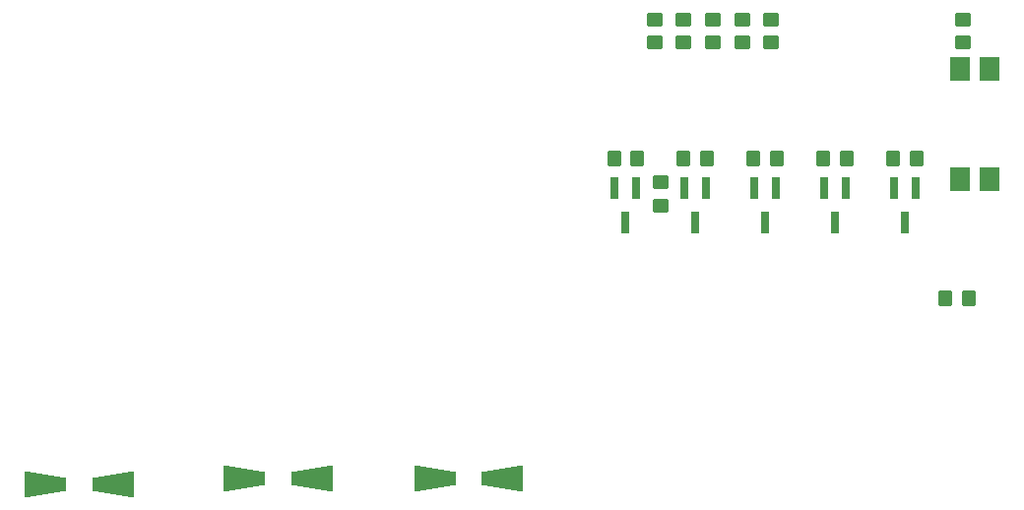
<source format=gbr>
%TF.GenerationSoftware,KiCad,Pcbnew,7.0.9*%
%TF.CreationDate,2024-06-03T12:22:40+05:30*%
%TF.ProjectId,Precharge,50726563-6861-4726-9765-2e6b69636164,rev?*%
%TF.SameCoordinates,Original*%
%TF.FileFunction,Paste,Bot*%
%TF.FilePolarity,Positive*%
%FSLAX46Y46*%
G04 Gerber Fmt 4.6, Leading zero omitted, Abs format (unit mm)*
G04 Created by KiCad (PCBNEW 7.0.9) date 2024-06-03 12:22:40*
%MOMM*%
%LPD*%
G01*
G04 APERTURE LIST*
G04 Aperture macros list*
%AMRoundRect*
0 Rectangle with rounded corners*
0 $1 Rounding radius*
0 $2 $3 $4 $5 $6 $7 $8 $9 X,Y pos of 4 corners*
0 Add a 4 corners polygon primitive as box body*
4,1,4,$2,$3,$4,$5,$6,$7,$8,$9,$2,$3,0*
0 Add four circle primitives for the rounded corners*
1,1,$1+$1,$2,$3*
1,1,$1+$1,$4,$5*
1,1,$1+$1,$6,$7*
1,1,$1+$1,$8,$9*
0 Add four rect primitives between the rounded corners*
20,1,$1+$1,$2,$3,$4,$5,0*
20,1,$1+$1,$4,$5,$6,$7,0*
20,1,$1+$1,$6,$7,$8,$9,0*
20,1,$1+$1,$8,$9,$2,$3,0*%
%AMOutline4P*
0 Free polygon, 4 corners , with rotation*
0 The origin of the aperture is its center*
0 number of corners: always 4*
0 $1 to $8 corner X, Y*
0 $9 Rotation angle, in degrees counterclockwise*
0 create outline with 4 corners*
4,1,4,$1,$2,$3,$4,$5,$6,$7,$8,$1,$2,$9*%
G04 Aperture macros list end*
%ADD10R,1.780000X2.000000*%
%ADD11RoundRect,0.250000X-0.350000X-0.450000X0.350000X-0.450000X0.350000X0.450000X-0.350000X0.450000X0*%
%ADD12RoundRect,0.250000X0.450000X-0.350000X0.450000X0.350000X-0.450000X0.350000X-0.450000X-0.350000X0*%
%ADD13RoundRect,0.250000X-0.450000X0.350000X-0.450000X-0.350000X0.450000X-0.350000X0.450000X0.350000X0*%
%ADD14RoundRect,0.250000X0.350000X0.450000X-0.350000X0.450000X-0.350000X-0.450000X0.350000X-0.450000X0*%
%ADD15R,0.800000X1.900000*%
%ADD16Outline4P,-1.800000X-1.150000X1.800000X-0.550000X1.800000X0.550000X-1.800000X1.150000X0.000000*%
%ADD17Outline4P,-1.800000X-1.150000X1.800000X-0.550000X1.800000X0.550000X-1.800000X1.150000X180.000000*%
G04 APERTURE END LIST*
D10*
%TO.C,U8*%
X121730000Y-22235000D03*
X124270000Y-22235000D03*
X124270000Y-31765000D03*
X121730000Y-31765000D03*
%TD*%
D11*
%TO.C,R17*%
X120500000Y-42000000D03*
X122500000Y-42000000D03*
%TD*%
D12*
%TO.C,R16*%
X122000000Y-20000000D03*
X122000000Y-18000000D03*
%TD*%
D13*
%TO.C,R14*%
X96000000Y-32000000D03*
X96000000Y-34000000D03*
%TD*%
D14*
%TO.C,R4*%
X100000000Y-30000000D03*
X98000000Y-30000000D03*
%TD*%
D15*
%TO.C,Q5*%
X116050000Y-32500000D03*
X117950000Y-32500000D03*
X117000000Y-35500000D03*
%TD*%
D14*
%TO.C,R6*%
X106000000Y-30000000D03*
X104000000Y-30000000D03*
%TD*%
%TO.C,R2*%
X94000000Y-30000000D03*
X92000000Y-30000000D03*
%TD*%
D15*
%TO.C,Q1*%
X92000000Y-32500000D03*
X93900000Y-32500000D03*
X92950000Y-35500000D03*
%TD*%
%TO.C,Q4*%
X110050000Y-32500000D03*
X111950000Y-32500000D03*
X111000000Y-35500000D03*
%TD*%
D13*
%TO.C,R3*%
X98000000Y-18000000D03*
X98000000Y-20000000D03*
%TD*%
D16*
%TO.C,D6*%
X76600000Y-57500000D03*
D17*
X82400000Y-57500000D03*
%TD*%
D13*
%TO.C,R5*%
X100500000Y-18000000D03*
X100500000Y-20000000D03*
%TD*%
%TO.C,R10*%
X105500000Y-18000000D03*
X105500000Y-20000000D03*
%TD*%
D16*
%TO.C,D3*%
X43100000Y-58000000D03*
D17*
X48900000Y-58000000D03*
%TD*%
D16*
%TO.C,D4*%
X60200000Y-57500000D03*
D17*
X66000000Y-57500000D03*
%TD*%
D13*
%TO.C,R7*%
X103000000Y-18000000D03*
X103000000Y-20000000D03*
%TD*%
D15*
%TO.C,Q2*%
X98050000Y-32500000D03*
X99950000Y-32500000D03*
X99000000Y-35500000D03*
%TD*%
D14*
%TO.C,R11*%
X118000000Y-30000000D03*
X116000000Y-30000000D03*
%TD*%
D15*
%TO.C,Q3*%
X104050000Y-32500000D03*
X105950000Y-32500000D03*
X105000000Y-35500000D03*
%TD*%
D14*
%TO.C,R8*%
X112000000Y-30000000D03*
X110000000Y-30000000D03*
%TD*%
D13*
%TO.C,R1*%
X95500000Y-18000000D03*
X95500000Y-20000000D03*
%TD*%
M02*

</source>
